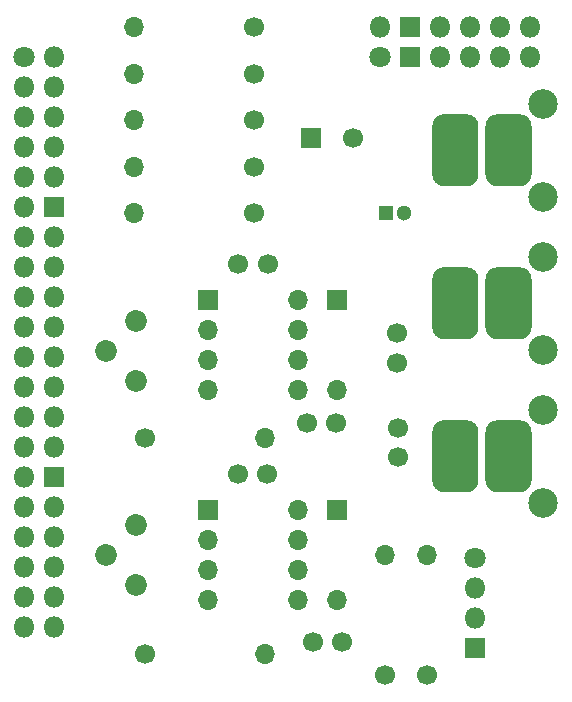
<source format=gbr>
G04 #@! TF.GenerationSoftware,KiCad,Pcbnew,(5.1.6)-1*
G04 #@! TF.CreationDate,2020-10-27T17:06:52+09:00*
G04 #@! TF.ProjectId,ext-board,6578742d-626f-4617-9264-2e6b69636164,rev?*
G04 #@! TF.SameCoordinates,Original*
G04 #@! TF.FileFunction,Soldermask,Bot*
G04 #@! TF.FilePolarity,Negative*
%FSLAX46Y46*%
G04 Gerber Fmt 4.6, Leading zero omitted, Abs format (unit mm)*
G04 Created by KiCad (PCBNEW (5.1.6)-1) date 2020-10-27 17:06:52*
%MOMM*%
%LPD*%
G01*
G04 APERTURE LIST*
%ADD10C,1.800000*%
%ADD11O,1.800000X1.800000*%
%ADD12R,1.800000X1.800000*%
%ADD13C,2.500000*%
%ADD14C,1.700000*%
%ADD15R,1.700000X1.700000*%
%ADD16R,1.300000X1.300000*%
%ADD17C,1.300000*%
%ADD18O,1.700000X1.700000*%
%ADD19C,1.850000*%
G04 APERTURE END LIST*
D10*
X184150000Y-55880000D03*
D11*
X184150000Y-53340000D03*
D12*
X186690000Y-55880000D03*
X186690000Y-53340000D03*
D11*
X189230000Y-55880000D03*
X189230000Y-53340000D03*
X191770000Y-55880000D03*
X191770000Y-53340000D03*
X194310000Y-55880000D03*
X194310000Y-53340000D03*
X196850000Y-55880000D03*
X196850000Y-53340000D03*
G36*
G01*
X189525000Y-60704000D02*
X191475000Y-60704000D01*
G75*
G02*
X192450000Y-61679000I0J-975000D01*
G01*
X192450000Y-65829000D01*
G75*
G02*
X191475000Y-66804000I-975000J0D01*
G01*
X189525000Y-66804000D01*
G75*
G02*
X188550000Y-65829000I0J975000D01*
G01*
X188550000Y-61679000D01*
G75*
G02*
X189525000Y-60704000I975000J0D01*
G01*
G37*
G36*
G01*
X194025000Y-60704000D02*
X195975000Y-60704000D01*
G75*
G02*
X196950000Y-61679000I0J-975000D01*
G01*
X196950000Y-65829000D01*
G75*
G02*
X195975000Y-66804000I-975000J0D01*
G01*
X194025000Y-66804000D01*
G75*
G02*
X193050000Y-65829000I0J975000D01*
G01*
X193050000Y-61679000D01*
G75*
G02*
X194025000Y-60704000I975000J0D01*
G01*
G37*
D13*
X197950000Y-67704000D03*
X197950000Y-59804000D03*
D10*
X154000000Y-55880000D03*
D11*
X156540000Y-55880000D03*
X154000000Y-58420000D03*
X156540000Y-58420000D03*
X154000000Y-60960000D03*
X156540000Y-60960000D03*
X154000000Y-63500000D03*
X156540000Y-63500000D03*
X154000000Y-66040000D03*
X156540000Y-66040000D03*
X154000000Y-68580000D03*
D12*
X156540000Y-68580000D03*
D11*
X154000000Y-71120000D03*
X156540000Y-71120000D03*
X154000000Y-73660000D03*
X156540000Y-73660000D03*
X154000000Y-76200000D03*
X156540000Y-76200000D03*
X154000000Y-78740000D03*
X156540000Y-78740000D03*
X154000000Y-81280000D03*
X156540000Y-81280000D03*
X154000000Y-83820000D03*
X156540000Y-83820000D03*
X154000000Y-86360000D03*
X156540000Y-86360000D03*
X154000000Y-88900000D03*
X156540000Y-88900000D03*
X154000000Y-91440000D03*
D12*
X156540000Y-91440000D03*
D11*
X154000000Y-93980000D03*
X156540000Y-93980000D03*
X154000000Y-96520000D03*
X156540000Y-96520000D03*
X154000000Y-99060000D03*
X156540000Y-99060000D03*
X154000000Y-101600000D03*
X156540000Y-101600000D03*
X154000000Y-104140000D03*
X156540000Y-104140000D03*
D14*
X172125000Y-73406000D03*
X174625000Y-73406000D03*
X172085000Y-91186000D03*
X174585000Y-91186000D03*
D15*
X178308000Y-62738000D03*
D14*
X181808000Y-62738000D03*
X185547000Y-79248000D03*
X185547000Y-81748000D03*
X185674000Y-89749000D03*
X185674000Y-87249000D03*
D16*
X184658000Y-69088000D03*
D17*
X186158000Y-69088000D03*
D14*
X180427000Y-86868000D03*
X177927000Y-86868000D03*
X180935000Y-105410000D03*
X178435000Y-105410000D03*
D15*
X180467000Y-76454000D03*
D18*
X180467000Y-84074000D03*
X180467000Y-101854000D03*
D15*
X180467000Y-94234000D03*
D10*
X192151000Y-98298000D03*
D11*
X192151000Y-100838000D03*
X192151000Y-103378000D03*
D12*
X192151000Y-105918000D03*
G36*
G01*
X189525000Y-73658000D02*
X191475000Y-73658000D01*
G75*
G02*
X192450000Y-74633000I0J-975000D01*
G01*
X192450000Y-78783000D01*
G75*
G02*
X191475000Y-79758000I-975000J0D01*
G01*
X189525000Y-79758000D01*
G75*
G02*
X188550000Y-78783000I0J975000D01*
G01*
X188550000Y-74633000D01*
G75*
G02*
X189525000Y-73658000I975000J0D01*
G01*
G37*
G36*
G01*
X194025000Y-73658000D02*
X195975000Y-73658000D01*
G75*
G02*
X196950000Y-74633000I0J-975000D01*
G01*
X196950000Y-78783000D01*
G75*
G02*
X195975000Y-79758000I-975000J0D01*
G01*
X194025000Y-79758000D01*
G75*
G02*
X193050000Y-78783000I0J975000D01*
G01*
X193050000Y-74633000D01*
G75*
G02*
X194025000Y-73658000I975000J0D01*
G01*
G37*
D13*
X197950000Y-80658000D03*
X197950000Y-72758000D03*
X197950000Y-85712000D03*
X197950000Y-93612000D03*
G36*
G01*
X194025000Y-86612000D02*
X195975000Y-86612000D01*
G75*
G02*
X196950000Y-87587000I0J-975000D01*
G01*
X196950000Y-91737000D01*
G75*
G02*
X195975000Y-92712000I-975000J0D01*
G01*
X194025000Y-92712000D01*
G75*
G02*
X193050000Y-91737000I0J975000D01*
G01*
X193050000Y-87587000D01*
G75*
G02*
X194025000Y-86612000I975000J0D01*
G01*
G37*
G36*
G01*
X189525000Y-86612000D02*
X191475000Y-86612000D01*
G75*
G02*
X192450000Y-87587000I0J-975000D01*
G01*
X192450000Y-91737000D01*
G75*
G02*
X191475000Y-92712000I-975000J0D01*
G01*
X189525000Y-92712000D01*
G75*
G02*
X188550000Y-91737000I0J975000D01*
G01*
X188550000Y-87587000D01*
G75*
G02*
X189525000Y-86612000I975000J0D01*
G01*
G37*
D14*
X173482000Y-53340000D03*
D18*
X163322000Y-53340000D03*
X163322000Y-57277000D03*
D14*
X173482000Y-57277000D03*
X173482000Y-61214000D03*
D18*
X163322000Y-61214000D03*
X188087000Y-98044000D03*
D14*
X188087000Y-108204000D03*
D18*
X184531000Y-98044000D03*
D14*
X184531000Y-108204000D03*
D18*
X163322000Y-65151000D03*
D14*
X173482000Y-65151000D03*
X173482000Y-69088000D03*
D18*
X163322000Y-69088000D03*
D14*
X164211000Y-88138000D03*
D18*
X174371000Y-88138000D03*
D14*
X164211000Y-106426000D03*
D18*
X174371000Y-106426000D03*
D19*
X163449000Y-78232000D03*
X160909000Y-80772000D03*
X163449000Y-83312000D03*
X163449000Y-100584000D03*
X160909000Y-98044000D03*
X163449000Y-95504000D03*
D15*
X169545000Y-76454000D03*
D18*
X177165000Y-84074000D03*
X169545000Y-78994000D03*
X177165000Y-81534000D03*
X169545000Y-81534000D03*
X177165000Y-78994000D03*
X169545000Y-84074000D03*
X177165000Y-76454000D03*
X177165000Y-94234000D03*
X169545000Y-101854000D03*
X177165000Y-96774000D03*
X169545000Y-99314000D03*
X177165000Y-99314000D03*
X169545000Y-96774000D03*
X177165000Y-101854000D03*
D15*
X169545000Y-94234000D03*
M02*

</source>
